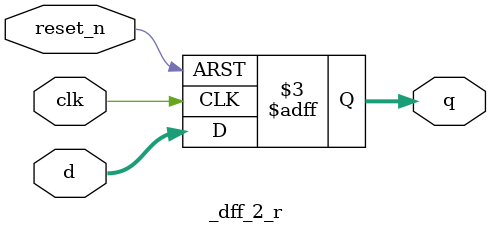
<source format=v>
module _dff_2_r(clk,reset_n,d,q);//dff_reset for 2bit
	input clk, reset_n;
	input [1:0] d;//2bit input
	output reg [1:0]q;//2bit output
	always @(posedge clk or negedge reset_n)//edge trigger and active low reset_n
	begin	
		if (reset_n == 1'b0) q <= 2'b00;
		else q <= d;
	end //dff
endmodule 
</source>
